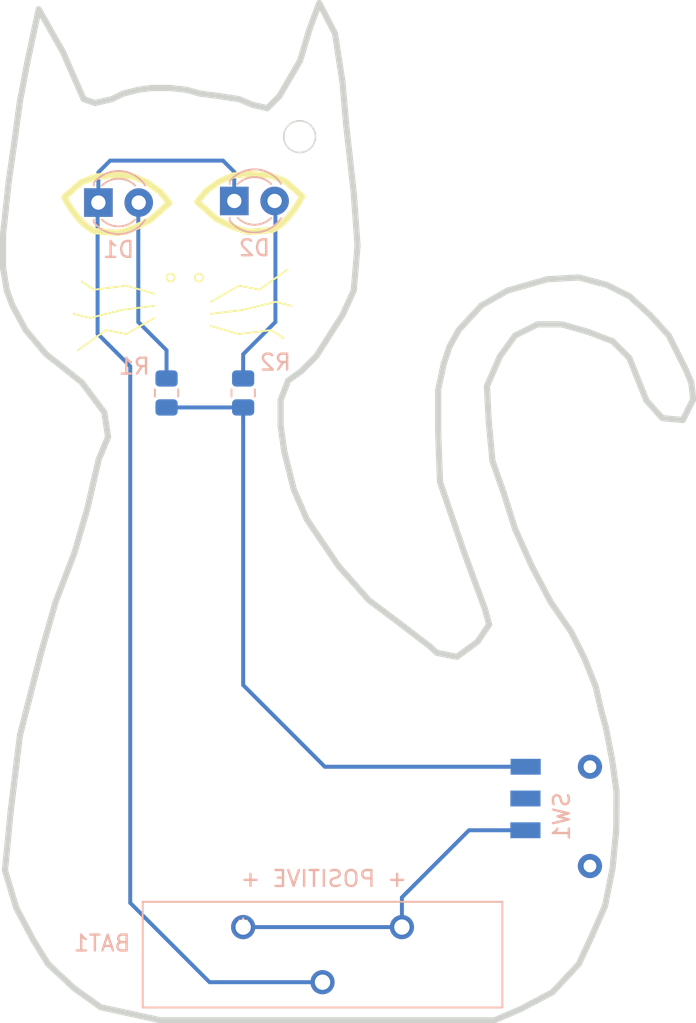
<source format=kicad_pcb>
(kicad_pcb (version 20171130) (host pcbnew "(5.1.9-0-10_14)")

  (general
    (thickness 1.6)
    (drawings 208)
    (tracks 30)
    (zones 0)
    (modules 6)
    (nets 7)
  )

  (page A4)
  (layers
    (0 F.Cu signal)
    (31 B.Cu signal)
    (32 B.Adhes user)
    (33 F.Adhes user)
    (34 B.Paste user)
    (35 F.Paste user)
    (36 B.SilkS user)
    (37 F.SilkS user)
    (38 B.Mask user)
    (39 F.Mask user)
    (40 Dwgs.User user)
    (41 Cmts.User user)
    (42 Eco1.User user)
    (43 Eco2.User user)
    (44 Edge.Cuts user)
    (45 Margin user)
    (46 B.CrtYd user)
    (47 F.CrtYd user)
    (48 B.Fab user)
    (49 F.Fab user)
  )

  (setup
    (last_trace_width 0.25)
    (user_trace_width 0.5)
    (trace_clearance 0.2)
    (zone_clearance 0.508)
    (zone_45_only no)
    (trace_min 0.2)
    (via_size 0.8)
    (via_drill 0.4)
    (via_min_size 0.4)
    (via_min_drill 0.3)
    (uvia_size 0.3)
    (uvia_drill 0.1)
    (uvias_allowed no)
    (uvia_min_size 0.2)
    (uvia_min_drill 0.1)
    (edge_width 0.05)
    (segment_width 0.2)
    (pcb_text_width 0.3)
    (pcb_text_size 1.5 1.5)
    (mod_edge_width 0.12)
    (mod_text_size 1 1)
    (mod_text_width 0.15)
    (pad_size 1.524 1.524)
    (pad_drill 0.762)
    (pad_to_mask_clearance 0)
    (aux_axis_origin 0 0)
    (visible_elements FFFFFF7F)
    (pcbplotparams
      (layerselection 0x110fc_ffffffff)
      (usegerberextensions false)
      (usegerberattributes true)
      (usegerberadvancedattributes true)
      (creategerberjobfile true)
      (excludeedgelayer true)
      (linewidth 0.100000)
      (plotframeref false)
      (viasonmask false)
      (mode 1)
      (useauxorigin false)
      (hpglpennumber 1)
      (hpglpenspeed 20)
      (hpglpendiameter 15.000000)
      (psnegative false)
      (psa4output false)
      (plotreference true)
      (plotvalue true)
      (plotinvisibletext false)
      (padsonsilk false)
      (subtractmaskfromsilk false)
      (outputformat 1)
      (mirror false)
      (drillshape 0)
      (scaleselection 1)
      (outputdirectory ""))
  )

  (net 0 "")
  (net 1 +BATT)
  (net 2 GND)
  (net 3 "Net-(D1-Pad2)")
  (net 4 "Net-(D2-Pad2)")
  (net 5 "Net-(R1-Pad1)")
  (net 6 "Net-(SW1-Pad2)")

  (net_class Default "This is the default net class."
    (clearance 0.2)
    (trace_width 0.25)
    (via_dia 0.8)
    (via_drill 0.4)
    (uvia_dia 0.3)
    (uvia_drill 0.1)
    (add_net +BATT)
    (add_net GND)
    (add_net "Net-(D1-Pad2)")
    (add_net "Net-(D2-Pad2)")
    (add_net "Net-(R1-Pad1)")
    (add_net "Net-(SW1-Pad2)")
  )

  (module Battery:BatteryHolder_AdamTech_BH-125A-1 (layer B.Cu) (tedit 616DA9BF) (tstamp 616D55BA)
    (at 144.018 109.728)
    (path /615BF2C5)
    (fp_text reference BAT1 (at -8.89 1.016) (layer B.SilkS)
      (effects (font (size 1 1) (thickness 0.15)) (justify mirror))
    )
    (fp_text value BH-125A-1 (at 5 0) (layer B.SilkS) hide
      (effects (font (size 1 1) (thickness 0.15)) (justify mirror))
    )
    (fp_circle (center 0 1.905) (end 0.381 1.905) (layer B.Fab) (width 0.1))
    (fp_line (start 16.4554 5.189347) (end -6.4554 5.189347) (layer B.CrtYd) (width 0.05))
    (fp_line (start 16.4554 -1.719453) (end 16.4554 5.189347) (layer B.CrtYd) (width 0.05))
    (fp_line (start -6.4554 -1.719453) (end 16.4554 -1.719453) (layer B.CrtYd) (width 0.05))
    (fp_line (start -6.4554 5.189347) (end -6.4554 -1.719453) (layer B.CrtYd) (width 0.05))
    (fp_line (start -6.2014 4.935347) (end -6.2014 -1.465453) (layer B.Fab) (width 0.1))
    (fp_line (start 16.2014 4.935347) (end -6.2014 4.935347) (layer B.Fab) (width 0.1))
    (fp_line (start 16.2014 -1.465453) (end 16.2014 4.935347) (layer B.Fab) (width 0.1))
    (fp_line (start -6.2014 -1.465453) (end 16.2014 -1.465453) (layer B.Fab) (width 0.1))
    (fp_line (start -6.3284 5.062347) (end -6.3284 -1.592453) (layer B.SilkS) (width 0.12))
    (fp_line (start 16.3284 5.062347) (end -6.3284 5.062347) (layer B.SilkS) (width 0.12))
    (fp_line (start 16.3284 -1.592453) (end 16.3284 5.062347) (layer B.SilkS) (width 0.12))
    (fp_line (start -6.3284 -1.592453) (end 16.3284 -1.592453) (layer B.SilkS) (width 0.12))
    (fp_text user * (at 0 0) (layer B.Fab)
      (effects (font (size 1 1) (thickness 0.15)) (justify mirror))
    )
    (fp_text user * (at 0 0) (layer B.SilkS)
      (effects (font (size 1 1) (thickness 0.15)) (justify mirror))
    )
    (fp_text user "Copyright 2021 Accelerated Designs. All rights reserved." (at 0 0) (layer Cmts.User)
      (effects (font (size 0.127 0.127) (thickness 0.002)))
    )
    (pad POS2 thru_hole circle (at 10 0) (size 1.524 1.524) (drill 0.9652) (layers *.Cu *.Mask)
      (net 1 +BATT))
    (pad NEG thru_hole circle (at 5 3.470001) (size 1.524 1.524) (drill 0.9652) (layers *.Cu *.Mask)
      (net 2 GND))
    (pad POS1 thru_hole circle (at 0 0) (size 1.524 1.524) (drill 0.9652) (layers *.Cu *.Mask)
      (net 1 +BATT))
  )

  (module Button_Switch_SMD:SMT_Mini_Slide_Switch (layer B.Cu) (tedit 5F838D19) (tstamp 616D560F)
    (at 163.576 102.757 270)
    (path /615A2888)
    (fp_text reference SW1 (at 0 -0.5 90) (layer B.SilkS)
      (effects (font (size 1 1) (thickness 0.15)) (justify mirror))
    )
    (fp_text value SMT_SPDT (at 0 0.5 90) (layer B.Fab)
      (effects (font (size 1 1) (thickness 0.15)) (justify mirror))
    )
    (fp_line (start -4.572 -3.048) (end 4.445 -3.048) (layer B.CrtYd) (width 0.12))
    (fp_line (start 4.445 -3.048) (end 4.445 3.048) (layer B.CrtYd) (width 0.12))
    (fp_line (start 4.445 3.048) (end -4.572 3.048) (layer B.CrtYd) (width 0.12))
    (fp_line (start -4.572 3.048) (end -4.572 -3.048) (layer B.CrtYd) (width 0.12))
    (pad "" thru_hole circle (at -3.125 -2.286 270) (size 1.524 1.524) (drill 0.8) (layers *.Cu *.Mask))
    (pad "" thru_hole circle (at 3.125 -2.286 270) (size 1.524 1.524) (drill 0.8) (layers *.Cu *.Mask))
    (pad 1 smd rect (at -3.125 1.764 270) (size 1 1.9) (layers B.Cu B.Paste B.Mask)
      (net 5 "Net-(R1-Pad1)"))
    (pad 2 smd rect (at -1.125 1.778 270) (size 1 1.9) (layers B.Cu B.Paste B.Mask)
      (net 6 "Net-(SW1-Pad2)"))
    (pad 3 smd rect (at 0.875 1.778 270) (size 1 1.9) (layers B.Cu B.Paste B.Mask)
      (net 1 +BATT))
  )

  (module Resistor_SMD:R_0805_2012Metric (layer B.Cu) (tedit 5F68FEEE) (tstamp 616D5602)
    (at 144.018 76.0965 90)
    (descr "Resistor SMD 0805 (2012 Metric), square (rectangular) end terminal, IPC_7351 nominal, (Body size source: IPC-SM-782 page 72, https://www.pcb-3d.com/wordpress/wp-content/uploads/ipc-sm-782a_amendment_1_and_2.pdf), generated with kicad-footprint-generator")
    (tags resistor)
    (path /615A9D08)
    (attr smd)
    (fp_text reference R2 (at 1.9285 2.032 180) (layer B.SilkS)
      (effects (font (size 1 1) (thickness 0.15)) (justify mirror))
    )
    (fp_text value "47 Ohms" (at 0 -1.65 90) (layer B.Fab) hide
      (effects (font (size 1 1) (thickness 0.15)) (justify mirror))
    )
    (fp_line (start -1 -0.625) (end -1 0.625) (layer B.Fab) (width 0.1))
    (fp_line (start -1 0.625) (end 1 0.625) (layer B.Fab) (width 0.1))
    (fp_line (start 1 0.625) (end 1 -0.625) (layer B.Fab) (width 0.1))
    (fp_line (start 1 -0.625) (end -1 -0.625) (layer B.Fab) (width 0.1))
    (fp_line (start -0.227064 0.735) (end 0.227064 0.735) (layer B.SilkS) (width 0.12))
    (fp_line (start -0.227064 -0.735) (end 0.227064 -0.735) (layer B.SilkS) (width 0.12))
    (fp_line (start -1.68 -0.95) (end -1.68 0.95) (layer B.CrtYd) (width 0.05))
    (fp_line (start -1.68 0.95) (end 1.68 0.95) (layer B.CrtYd) (width 0.05))
    (fp_line (start 1.68 0.95) (end 1.68 -0.95) (layer B.CrtYd) (width 0.05))
    (fp_line (start 1.68 -0.95) (end -1.68 -0.95) (layer B.CrtYd) (width 0.05))
    (fp_text user %R (at 0 0 90) (layer B.Fab)
      (effects (font (size 0.5 0.5) (thickness 0.08)) (justify mirror))
    )
    (pad 2 smd roundrect (at 0.9125 0 90) (size 1.025 1.4) (layers B.Cu B.Paste B.Mask) (roundrect_rratio 0.2439014634146341)
      (net 4 "Net-(D2-Pad2)"))
    (pad 1 smd roundrect (at -0.9125 0 90) (size 1.025 1.4) (layers B.Cu B.Paste B.Mask) (roundrect_rratio 0.2439014634146341)
      (net 5 "Net-(R1-Pad1)"))
    (model ${KISYS3DMOD}/Resistor_SMD.3dshapes/R_0805_2012Metric.wrl
      (at (xyz 0 0 0))
      (scale (xyz 1 1 1))
      (rotate (xyz 0 0 0))
    )
  )

  (module Resistor_SMD:R_0805_2012Metric (layer B.Cu) (tedit 5F68FEEE) (tstamp 616D55F1)
    (at 139.192 76.0965 90)
    (descr "Resistor SMD 0805 (2012 Metric), square (rectangular) end terminal, IPC_7351 nominal, (Body size source: IPC-SM-782 page 72, https://www.pcb-3d.com/wordpress/wp-content/uploads/ipc-sm-782a_amendment_1_and_2.pdf), generated with kicad-footprint-generator")
    (tags resistor)
    (path /615A4F38)
    (attr smd)
    (fp_text reference R1 (at 1.6745 -2.032 180) (layer B.SilkS)
      (effects (font (size 1 1) (thickness 0.15)) (justify mirror))
    )
    (fp_text value "47 Ohms (x2)" (at 3.9605 2.032 180) (layer B.Fab)
      (effects (font (size 1 1) (thickness 0.15)) (justify mirror))
    )
    (fp_line (start -1 -0.625) (end -1 0.625) (layer B.Fab) (width 0.1))
    (fp_line (start -1 0.625) (end 1 0.625) (layer B.Fab) (width 0.1))
    (fp_line (start 1 0.625) (end 1 -0.625) (layer B.Fab) (width 0.1))
    (fp_line (start 1 -0.625) (end -1 -0.625) (layer B.Fab) (width 0.1))
    (fp_line (start -0.227064 0.735) (end 0.227064 0.735) (layer B.SilkS) (width 0.12))
    (fp_line (start -0.227064 -0.735) (end 0.227064 -0.735) (layer B.SilkS) (width 0.12))
    (fp_line (start -1.68 -0.95) (end -1.68 0.95) (layer B.CrtYd) (width 0.05))
    (fp_line (start -1.68 0.95) (end 1.68 0.95) (layer B.CrtYd) (width 0.05))
    (fp_line (start 1.68 0.95) (end 1.68 -0.95) (layer B.CrtYd) (width 0.05))
    (fp_line (start 1.68 -0.95) (end -1.68 -0.95) (layer B.CrtYd) (width 0.05))
    (fp_text user %R (at 0 0 90) (layer B.Fab)
      (effects (font (size 0.5 0.5) (thickness 0.08)) (justify mirror))
    )
    (pad 2 smd roundrect (at 0.9125 0 90) (size 1.025 1.4) (layers B.Cu B.Paste B.Mask) (roundrect_rratio 0.2439014634146341)
      (net 3 "Net-(D1-Pad2)"))
    (pad 1 smd roundrect (at -0.9125 0 90) (size 1.025 1.4) (layers B.Cu B.Paste B.Mask) (roundrect_rratio 0.2439014634146341)
      (net 5 "Net-(R1-Pad1)"))
    (model ${KISYS3DMOD}/Resistor_SMD.3dshapes/R_0805_2012Metric.wrl
      (at (xyz 0 0 0))
      (scale (xyz 1 1 1))
      (rotate (xyz 0 0 0))
    )
  )

  (module LED_THT:LED_D3.0mm (layer B.Cu) (tedit 587A3A7B) (tstamp 616D55E0)
    (at 143.4592 64.008)
    (descr "LED, diameter 3.0mm, 2 pins")
    (tags "LED diameter 3.0mm 2 pins")
    (path /615A9D12)
    (fp_text reference D2 (at 1.27 2.96) (layer B.SilkS)
      (effects (font (size 1 1) (thickness 0.15)) (justify mirror))
    )
    (fp_text value "LED per Chart" (at 1.27 -2.96) (layer B.Fab) hide
      (effects (font (size 1 1) (thickness 0.15)) (justify mirror))
    )
    (fp_circle (center 1.27 0) (end 2.77 0) (layer B.Fab) (width 0.1))
    (fp_line (start -0.23 1.16619) (end -0.23 -1.16619) (layer B.Fab) (width 0.1))
    (fp_line (start -0.29 1.236) (end -0.29 1.08) (layer B.SilkS) (width 0.12))
    (fp_line (start -0.29 -1.08) (end -0.29 -1.236) (layer B.SilkS) (width 0.12))
    (fp_line (start -1.15 2.25) (end -1.15 -2.25) (layer B.CrtYd) (width 0.05))
    (fp_line (start -1.15 -2.25) (end 3.7 -2.25) (layer B.CrtYd) (width 0.05))
    (fp_line (start 3.7 -2.25) (end 3.7 2.25) (layer B.CrtYd) (width 0.05))
    (fp_line (start 3.7 2.25) (end -1.15 2.25) (layer B.CrtYd) (width 0.05))
    (fp_arc (start 1.27 0) (end 0.229039 -1.08) (angle 87.9) (layer B.SilkS) (width 0.12))
    (fp_arc (start 1.27 0) (end 0.229039 1.08) (angle -87.9) (layer B.SilkS) (width 0.12))
    (fp_arc (start 1.27 0) (end -0.29 -1.235516) (angle 108.8) (layer B.SilkS) (width 0.12))
    (fp_arc (start 1.27 0) (end -0.29 1.235516) (angle -108.8) (layer B.SilkS) (width 0.12))
    (fp_arc (start 1.27 0) (end -0.23 1.16619) (angle -284.3) (layer B.Fab) (width 0.1))
    (pad 2 thru_hole circle (at 2.54 0) (size 1.8 1.8) (drill 0.9) (layers *.Cu *.Mask)
      (net 4 "Net-(D2-Pad2)"))
    (pad 1 thru_hole rect (at 0 0) (size 1.8 1.8) (drill 0.9) (layers *.Cu *.Mask)
      (net 2 GND))
    (model ${KISYS3DMOD}/LED_THT.3dshapes/LED_D3.0mm.wrl
      (at (xyz 0 0 0))
      (scale (xyz 1 1 1))
      (rotate (xyz 0 0 0))
    )
  )

  (module LED_THT:LED_D3.0mm (layer B.Cu) (tedit 587A3A7B) (tstamp 616D55CD)
    (at 134.8994 64.1096)
    (descr "LED, diameter 3.0mm, 2 pins")
    (tags "LED diameter 3.0mm 2 pins")
    (path /615A807B)
    (fp_text reference D1 (at 1.27 2.96) (layer B.SilkS)
      (effects (font (size 1 1) (thickness 0.15)) (justify mirror))
    )
    (fp_text value "LED per Chart" (at 1.27 -2.96) (layer B.Fab) hide
      (effects (font (size 1 1) (thickness 0.15)) (justify mirror))
    )
    (fp_circle (center 1.27 0) (end 2.77 0) (layer B.Fab) (width 0.1))
    (fp_line (start -0.23 1.16619) (end -0.23 -1.16619) (layer B.Fab) (width 0.1))
    (fp_line (start -0.29 1.236) (end -0.29 1.08) (layer B.SilkS) (width 0.12))
    (fp_line (start -0.29 -1.08) (end -0.29 -1.236) (layer B.SilkS) (width 0.12))
    (fp_line (start -1.15 2.25) (end -1.15 -2.25) (layer B.CrtYd) (width 0.05))
    (fp_line (start -1.15 -2.25) (end 3.7 -2.25) (layer B.CrtYd) (width 0.05))
    (fp_line (start 3.7 -2.25) (end 3.7 2.25) (layer B.CrtYd) (width 0.05))
    (fp_line (start 3.7 2.25) (end -1.15 2.25) (layer B.CrtYd) (width 0.05))
    (fp_arc (start 1.27 0) (end 0.229039 -1.08) (angle 87.9) (layer B.SilkS) (width 0.12))
    (fp_arc (start 1.27 0) (end 0.229039 1.08) (angle -87.9) (layer B.SilkS) (width 0.12))
    (fp_arc (start 1.27 0) (end -0.29 -1.235516) (angle 108.8) (layer B.SilkS) (width 0.12))
    (fp_arc (start 1.27 0) (end -0.29 1.235516) (angle -108.8) (layer B.SilkS) (width 0.12))
    (fp_arc (start 1.27 0) (end -0.23 1.16619) (angle -284.3) (layer B.Fab) (width 0.1))
    (pad 2 thru_hole circle (at 2.54 0) (size 1.8 1.8) (drill 0.9) (layers *.Cu *.Mask)
      (net 3 "Net-(D1-Pad2)"))
    (pad 1 thru_hole rect (at 0 0) (size 1.8 1.8) (drill 0.9) (layers *.Cu *.Mask)
      (net 2 GND))
    (model ${KISYS3DMOD}/LED_THT.3dshapes/LED_D3.0mm.wrl
      (at (xyz 0 0 0))
      (scale (xyz 1 1 1))
      (rotate (xyz 0 0 0))
    )
  )

  (gr_line (start 136.652 69.342) (end 134.62 69.596) (layer F.SilkS) (width 0.12) (tstamp 616DBE07))
  (gr_line (start 138.43 70.612) (end 136.398 70.866) (layer F.SilkS) (width 0.12) (tstamp 616DBE06))
  (gr_line (start 136.652 72.39) (end 135.382 72.136) (layer F.SilkS) (width 0.12) (tstamp 616DBE05))
  (gr_line (start 135.382 72.136) (end 133.604 73.406) (layer F.SilkS) (width 0.12) (tstamp 616DBE04))
  (gr_line (start 138.43 71.374) (end 136.652 72.39) (layer F.SilkS) (width 0.12) (tstamp 616DBE03))
  (gr_line (start 136.398 70.866) (end 134.366 71.374) (layer F.SilkS) (width 0.12) (tstamp 616DBE02))
  (gr_line (start 134.62 69.596) (end 133.858 69.088) (layer F.SilkS) (width 0.12) (tstamp 616DBE01))
  (gr_line (start 138.43 69.85) (end 136.652 69.342) (layer F.SilkS) (width 0.12) (tstamp 616DBE00))
  (gr_line (start 134.366 71.374) (end 133.35 71.12) (layer F.SilkS) (width 0.12) (tstamp 616DBDFF))
  (gr_line (start 145.796 72.136) (end 146.558 72.644) (layer F.SilkS) (width 0.12))
  (gr_line (start 143.764 72.39) (end 145.796 72.136) (layer F.SilkS) (width 0.12))
  (gr_line (start 141.986 71.882) (end 143.764 72.39) (layer F.SilkS) (width 0.12))
  (gr_line (start 146.05 70.358) (end 147.066 70.612) (layer F.SilkS) (width 0.12))
  (gr_line (start 144.018 70.866) (end 146.05 70.358) (layer F.SilkS) (width 0.12))
  (gr_line (start 141.986 71.12) (end 144.018 70.866) (layer F.SilkS) (width 0.12))
  (gr_line (start 145.034 69.596) (end 146.812 68.326) (layer F.SilkS) (width 0.12))
  (gr_line (start 143.764 69.342) (end 145.034 69.596) (layer F.SilkS) (width 0.12))
  (gr_line (start 141.986 70.358) (end 143.764 69.342) (layer F.SilkS) (width 0.12))
  (gr_circle (center 141.224 68.834) (end 141.478 68.834) (layer F.SilkS) (width 0.12) (tstamp 616DBD93))
  (gr_circle (center 139.446 68.834) (end 139.7 68.834) (layer F.SilkS) (width 0.12))
  (gr_line (start 136.058013 62.359226) (end 137.121075 62.477351) (layer F.SilkS) (width 0.390625))
  (gr_line (start 134.758725 62.477351) (end 136.058013 62.359226) (layer F.SilkS) (width 0.390625))
  (gr_line (start 133.813775 62.831714) (end 134.758725 62.477351) (layer F.SilkS) (width 0.390625))
  (gr_line (start 138.184125 65.194051) (end 137.239188 65.666525) (layer F.SilkS) (width 0.390625))
  (gr_line (start 139.3653 64.131001) (end 138.184125 65.194051) (layer F.SilkS) (width 0.390625))
  (gr_line (start 138.774713 63.422289) (end 139.3653 64.131001) (layer F.SilkS) (width 0.390625))
  (gr_line (start 137.947888 62.831714) (end 138.774713 63.422289) (layer F.SilkS) (width 0.390625))
  (gr_line (start 137.121075 62.477351) (end 137.947888 62.831714) (layer F.SilkS) (width 0.390625))
  (gr_line (start 136.058013 62.359226) (end 137.121075 62.477351) (layer F.SilkS) (width 0.390625))
  (gr_line (start 134.758725 62.477351) (end 136.058013 62.359226) (layer F.SilkS) (width 0.390625))
  (gr_line (start 133.813775 62.831714) (end 134.758725 62.477351) (layer F.SilkS) (width 0.390625))
  (gr_line (start 138.184125 65.194051) (end 137.239188 65.666525) (layer F.SilkS) (width 0.390625))
  (gr_line (start 139.3653 64.131001) (end 138.184125 65.194051) (layer F.SilkS) (width 0.390625))
  (gr_line (start 138.774713 63.422289) (end 139.3653 64.131001) (layer F.SilkS) (width 0.390625))
  (gr_line (start 137.947888 62.831714) (end 138.774713 63.422289) (layer F.SilkS) (width 0.390625))
  (gr_line (start 137.121075 62.477351) (end 137.947888 62.831714) (layer F.SilkS) (width 0.390625))
  (gr_curve (pts (xy 145.851138 65.838012) (xy 146.9327 65.342162) (xy 147.741013 63.711926) (xy 147.741013 63.711914)) (layer F.SilkS) (width 0.390625))
  (gr_line (start 136.176125 66.020875) (end 134.6406 65.90275) (layer F.SilkS) (width 0.390625))
  (gr_line (start 137.239188 65.666525) (end 136.176125 66.020875) (layer F.SilkS) (width 0.390625))
  (gr_line (start 132.750725 63.776651) (end 133.813775 62.831714) (layer F.SilkS) (width 0.390625))
  (gr_curve (pts (xy 134.6406 65.90275) (xy 133.559038 65.4069) (xy 132.750725 63.776664) (xy 132.750725 63.776651)) (layer F.SilkS) (width 0.390625))
  (gr_line (start 136.176125 66.020875) (end 134.6406 65.90275) (layer F.SilkS) (width 0.390625))
  (gr_line (start 137.239188 65.666525) (end 136.176125 66.020875) (layer F.SilkS) (width 0.390625))
  (gr_line (start 143.370663 62.412614) (end 142.54385 62.766976) (layer F.SilkS) (width 0.390625))
  (gr_line (start 144.433725 62.294489) (end 143.370663 62.412614) (layer F.SilkS) (width 0.390625))
  (gr_line (start 145.733013 62.412614) (end 144.433725 62.294489) (layer F.SilkS) (width 0.390625))
  (gr_line (start 146.677963 62.766976) (end 145.733013 62.412614) (layer F.SilkS) (width 0.390625))
  (gr_line (start 147.741013 63.711914) (end 146.677963 62.766976) (layer F.SilkS) (width 0.390625))
  (gr_line (start 144.315613 65.956137) (end 145.851138 65.838012) (layer F.SilkS) (width 0.390625))
  (gr_line (start 143.25255 65.601787) (end 144.315613 65.956137) (layer F.SilkS) (width 0.390625))
  (gr_line (start 142.307613 65.129314) (end 143.25255 65.601787) (layer F.SilkS) (width 0.390625))
  (gr_line (start 141.126438 64.066264) (end 142.307613 65.129314) (layer F.SilkS) (width 0.390625))
  (gr_line (start 141.717025 63.357551) (end 141.126438 64.066264) (layer F.SilkS) (width 0.390625))
  (gr_line (start 142.54385 62.766976) (end 141.717025 63.357551) (layer F.SilkS) (width 0.390625))
  (gr_line (start 132.750725 63.776651) (end 133.813775 62.831714) (layer F.SilkS) (width 0.390625))
  (gr_curve (pts (xy 134.6406 65.90275) (xy 133.559038 65.4069) (xy 132.750725 63.776664) (xy 132.750725 63.776651)) (layer F.SilkS) (width 0.390625))
  (gr_line (start 133.813775 62.831714) (end 134.758725 62.477351) (layer F.SilkS) (width 0.390625))
  (gr_line (start 137.121075 62.477351) (end 137.947888 62.831714) (layer F.SilkS) (width 0.390625))
  (gr_line (start 136.058013 62.359226) (end 137.121075 62.477351) (layer F.SilkS) (width 0.390625))
  (gr_line (start 134.758725 62.477351) (end 136.058013 62.359226) (layer F.SilkS) (width 0.390625))
  (gr_line (start 139.3653 64.131001) (end 138.184125 65.194051) (layer F.SilkS) (width 0.390625))
  (gr_line (start 138.774713 63.422289) (end 139.3653 64.131001) (layer F.SilkS) (width 0.390625))
  (gr_line (start 137.947888 62.831714) (end 138.774713 63.422289) (layer F.SilkS) (width 0.390625))
  (gr_line (start 136.176125 66.020875) (end 134.6406 65.90275) (layer F.SilkS) (width 0.390625))
  (gr_line (start 137.239188 65.666525) (end 136.176125 66.020875) (layer F.SilkS) (width 0.390625))
  (gr_line (start 138.184125 65.194051) (end 137.239188 65.666525) (layer F.SilkS) (width 0.390625))
  (gr_curve (pts (xy 134.6406 65.90275) (xy 133.559038 65.4069) (xy 132.750725 63.776664) (xy 132.750725 63.776651)) (layer F.SilkS) (width 0.390625))
  (gr_line (start 134.758725 62.477351) (end 136.058013 62.359226) (layer F.SilkS) (width 0.390625))
  (gr_line (start 133.813775 62.831714) (end 134.758725 62.477351) (layer F.SilkS) (width 0.390625))
  (gr_line (start 132.750725 63.776651) (end 133.813775 62.831714) (layer F.SilkS) (width 0.390625))
  (gr_line (start 137.947888 62.831714) (end 138.774713 63.422289) (layer F.SilkS) (width 0.390625))
  (gr_line (start 137.121075 62.477351) (end 137.947888 62.831714) (layer F.SilkS) (width 0.390625))
  (gr_line (start 136.058013 62.359226) (end 137.121075 62.477351) (layer F.SilkS) (width 0.390625))
  (gr_line (start 138.184125 65.194051) (end 137.239188 65.666525) (layer F.SilkS) (width 0.390625))
  (gr_line (start 139.3653 64.131001) (end 138.184125 65.194051) (layer F.SilkS) (width 0.390625))
  (gr_line (start 138.774713 63.422289) (end 139.3653 64.131001) (layer F.SilkS) (width 0.390625))
  (gr_curve (pts (xy 134.6406 65.90275) (xy 133.559038 65.4069) (xy 132.750725 63.776664) (xy 132.750725 63.776651)) (layer F.SilkS) (width 0.390625))
  (gr_line (start 136.176125 66.020875) (end 134.6406 65.90275) (layer F.SilkS) (width 0.390625))
  (gr_line (start 137.239188 65.666525) (end 136.176125 66.020875) (layer F.SilkS) (width 0.390625))
  (gr_line (start 132.750725 63.776651) (end 133.813775 62.831714) (layer F.SilkS) (width 0.390625))
  (gr_text "+ POSITIVE +" (at 149.098 106.68) (layer B.SilkS)
    (effects (font (size 1 1) (thickness 0.15)) (justify mirror))
  )
  (gr_circle (center 147.574 59.96) (end 148.574 59.96) (layer Edge.Cuts) (width 0.1))
  (gr_line (start 135.275363 77.327875) (end 133.858 75.438) (layer Edge.Cuts) (width 0.390625))
  (gr_line (start 135.5116 78.863413) (end 135.275363 77.327875) (layer Edge.Cuts) (width 0.390625))
  (gr_line (start 134.921 80.280813) (end 135.5116 78.863413) (layer Edge.Cuts) (width 0.390625))
  (gr_line (start 134.2123 83.351875) (end 134.921 80.280813) (layer Edge.Cuts) (width 0.390625))
  (gr_line (start 133.385475 86.1867) (end 134.2123 83.351875) (layer Edge.Cuts) (width 0.390625))
  (gr_line (start 132.2043 89.25775) (end 133.385475 86.1867) (layer Edge.Cuts) (width 0.390625))
  (gr_line (start 131.259363 92.56505) (end 132.2043 89.25775) (layer Edge.Cuts) (width 0.390625))
  (gr_line (start 129.960063 97.6441) (end 131.259363 92.56505) (layer Edge.Cuts) (width 0.390625))
  (gr_line (start 129.369475 102.486924) (end 129.960063 97.6441) (layer Edge.Cuts) (width 0.390625))
  (gr_line (start 129.015125 106.148562) (end 129.369475 102.486924) (layer Edge.Cuts) (width 0.390625))
  (gr_line (start 129.723838 108.510912) (end 129.015125 106.148562) (layer Edge.Cuts) (width 0.390625))
  (gr_line (start 130.786888 110.518912) (end 129.723838 108.510912) (layer Edge.Cuts) (width 0.390625))
  (gr_line (start 131.731838 112.054437) (end 130.786888 110.518912) (layer Edge.Cuts) (width 0.390625))
  (gr_line (start 133.385475 113.589974) (end 131.731838 112.054437) (layer Edge.Cuts) (width 0.390625))
  (gr_line (start 135.039125 114.771137) (end 133.385475 113.589974) (layer Edge.Cuts) (width 0.390625))
  (gr_line (start 138.818888 115.597962) (end 135.039125 114.771137) (layer Edge.Cuts) (width 0.390625))
  (gr_line (start 158.190161 115.597962) (end 138.818888 115.597962) (layer Edge.Cuts) (width 0.390625))
  (gr_line (start 159.843811 115.597962) (end 158.190161 115.597962) (layer Edge.Cuts) (width 0.390625))
  (gr_line (start 161.497461 114.889262) (end 159.843811 115.597962) (layer Edge.Cuts) (width 0.390625))
  (gr_line (start 163.505461 113.826199) (end 161.497461 114.889262) (layer Edge.Cuts) (width 0.390625))
  (gr_line (start 165.159099 112.054437) (end 163.505461 113.826199) (layer Edge.Cuts) (width 0.390625))
  (gr_line (start 165.985924 110.282674) (end 165.159099 112.054437) (layer Edge.Cuts) (width 0.390625))
  (gr_line (start 166.812749 108.392799) (end 165.985924 110.282674) (layer Edge.Cuts) (width 0.390625))
  (gr_line (start 167.285211 106.030449) (end 166.812749 108.392799) (layer Edge.Cuts) (width 0.390625))
  (gr_line (start 167.521436 103.549987) (end 167.285211 106.030449) (layer Edge.Cuts) (width 0.390625))
  (gr_line (start 167.536436 101.198062) (end 167.521436 103.549987) (layer Edge.Cuts) (width 0.390625))
  (gr_line (start 167.254549 99.169188) (end 167.536436 101.198062) (layer Edge.Cuts) (width 0.390625))
  (gr_line (start 166.861699 97.1403) (end 167.254549 99.169188) (layer Edge.Cuts) (width 0.390625))
  (gr_line (start 166.576536 96.108575) (end 166.861699 97.1403) (layer Edge.Cuts) (width 0.390625))
  (gr_line (start 166.222186 94.573038) (end 166.576536 96.108575) (layer Edge.Cuts) (width 0.390625))
  (gr_line (start 165.513474 92.801275) (end 166.222186 94.573038) (layer Edge.Cuts) (width 0.390625))
  (gr_line (start 164.686649 91.147638) (end 165.513474 92.801275) (layer Edge.Cuts) (width 0.390625))
  (gr_line (start 163.387361 89.25775) (end 164.686649 91.147638) (layer Edge.Cuts) (width 0.390625))
  (gr_line (start 162.206186 87.013513) (end 163.387361 89.25775) (layer Edge.Cuts) (width 0.390625))
  (gr_line (start 161.143124 84.651163) (end 162.206186 87.013513) (layer Edge.Cuts) (width 0.390625))
  (gr_line (start 160.434424 82.406938) (end 161.143124 84.651163) (layer Edge.Cuts) (width 0.390625))
  (gr_line (start 159.725711 80.398938) (end 160.434424 82.406938) (layer Edge.Cuts) (width 0.390625))
  (gr_line (start 159.489486 77.918463) (end 159.725711 80.398938) (layer Edge.Cuts) (width 0.390625))
  (gr_line (start 159.371361 75.674238) (end 159.489486 77.918463) (layer Edge.Cuts) (width 0.390625))
  (gr_line (start 160.198186 73.78435) (end 159.371361 75.674238) (layer Edge.Cuts) (width 0.390625))
  (gr_line (start 161.143124 72.485063) (end 160.198186 73.78435) (layer Edge.Cuts) (width 0.390625))
  (gr_line (start 162.560536 71.77635) (end 161.143124 72.485063) (layer Edge.Cuts) (width 0.390625))
  (gr_line (start 164.096061 71.77635) (end 162.560536 71.77635) (layer Edge.Cuts) (width 0.390625))
  (gr_line (start 165.749711 72.248825) (end 164.096061 71.77635) (layer Edge.Cuts) (width 0.390625))
  (gr_line (start 167.285236 72.839413) (end 165.749711 72.248825) (layer Edge.Cuts) (width 0.390625))
  (gr_line (start 168.348299 73.902475) (end 167.285236 72.839413) (layer Edge.Cuts) (width 0.390625))
  (gr_line (start 169.411361 76.560113) (end 168.348299 73.902475) (layer Edge.Cuts) (width 0.390625))
  (gr_line (start 169.411361 76.560113) (end 169.411361 76.560113) (layer Edge.Cuts) (width 0.390625))
  (gr_line (start 170.415349 77.682225) (end 169.411361 76.560113) (layer Edge.Cuts) (width 0.390625))
  (gr_line (start 171.714661 77.80035) (end 170.415349 77.682225) (layer Edge.Cuts) (width 0.390625))
  (gr_line (start 172.364299 76.50105) (end 171.714661 77.80035) (layer Edge.Cuts) (width 0.390625))
  (gr_line (start 172.246174 75.438) (end 172.364299 76.50105) (layer Edge.Cuts) (width 0.390625))
  (gr_line (start 171.891824 74.611175) (end 172.246174 75.438) (layer Edge.Cuts) (width 0.390625))
  (gr_line (start 171.301236 73.43) (end 171.891824 74.611175) (layer Edge.Cuts) (width 0.390625))
  (gr_line (start 170.828761 72.485063) (end 171.301236 73.43) (layer Edge.Cuts) (width 0.390625))
  (gr_line (start 169.647586 71.185763) (end 170.828761 72.485063) (layer Edge.Cuts) (width 0.390625))
  (gr_line (start 168.348299 70.004588) (end 169.647586 71.185763) (layer Edge.Cuts) (width 0.390625))
  (gr_line (start 166.930886 69.295888) (end 168.348299 70.004588) (layer Edge.Cuts) (width 0.390625))
  (gr_line (start 165.159124 68.823413) (end 166.930886 69.295888) (layer Edge.Cuts) (width 0.390625))
  (gr_line (start 163.151124 68.941538) (end 165.159124 68.823413) (layer Edge.Cuts) (width 0.390625))
  (gr_line (start 160.670661 69.650238) (end 163.151124 68.941538) (layer Edge.Cuts) (width 0.390625))
  (gr_line (start 159.017011 70.595175) (end 160.670661 69.650238) (layer Edge.Cuts) (width 0.390625))
  (gr_line (start 157.599599 72.1307) (end 159.017011 70.595175) (layer Edge.Cuts) (width 0.390625))
  (gr_line (start 157.009011 73.193763) (end 157.599599 72.1307) (layer Edge.Cuts) (width 0.390625))
  (gr_line (start 156.654661 74.256825) (end 157.009011 73.193763) (layer Edge.Cuts) (width 0.390625))
  (gr_line (start 156.300311 75.910463) (end 156.654661 74.256825) (layer Edge.Cuts) (width 0.390625))
  (gr_line (start 156.300311 78.50905) (end 156.300311 75.910463) (layer Edge.Cuts) (width 0.390625))
  (gr_line (start 156.418436 81.698225) (end 156.300311 78.50905) (layer Edge.Cuts) (width 0.390625))
  (gr_line (start 157.953961 86.1867) (end 156.418436 81.698225) (layer Edge.Cuts) (width 0.390625))
  (gr_line (start 159.258 89.730225) (end 157.953961 86.1867) (layer Edge.Cuts) (width 0.390625))
  (gr_line (start 159.512 90.678) (end 159.258 89.730225) (layer Edge.Cuts) (width 0.390625))
  (gr_line (start 158.7793 91.765062) (end 159.512 90.678) (layer Edge.Cuts) (width 0.390625))
  (gr_line (start 157.48 92.71) (end 158.7793 91.765062) (layer Edge.Cuts) (width 0.390625))
  (gr_line (start 156.21 92.456) (end 157.48 92.71) (layer Edge.Cuts) (width 0.390625))
  (gr_line (start 155.827861 92.092575) (end 156.21 92.456) (layer Edge.Cuts) (width 0.390625))
  (gr_line (start 153.819863 90.55705) (end 155.827861 92.092575) (layer Edge.Cuts) (width 0.390625))
  (gr_line (start 151.929988 89.139638) (end 153.819863 90.55705) (layer Edge.Cuts) (width 0.390625))
  (gr_line (start 150.0401 87.013513) (end 151.929988 89.139638) (layer Edge.Cuts) (width 0.390625))
  (gr_line (start 148.0321 84.060575) (end 150.0401 87.013513) (layer Edge.Cuts) (width 0.390625))
  (gr_line (start 147.205288 82.1707) (end 148.0321 84.060575) (layer Edge.Cuts) (width 0.390625))
  (gr_line (start 146.6147 79.80835) (end 147.205288 82.1707) (layer Edge.Cuts) (width 0.390625))
  (gr_line (start 146.378463 78.1547) (end 146.6147 79.80835) (layer Edge.Cuts) (width 0.390625))
  (gr_line (start 146.37845 76.560113) (end 146.378463 78.1547) (layer Edge.Cuts) (width 0.390625))
  (gr_line (start 146.850925 75.319875) (end 146.37845 76.560113) (layer Edge.Cuts) (width 0.390625))
  (gr_line (start 147.67775 74.729288) (end 146.850925 75.319875) (layer Edge.Cuts) (width 0.390625))
  (gr_line (start 148.6227 73.78435) (end 147.67775 74.729288) (layer Edge.Cuts) (width 0.390625))
  (gr_line (start 150.276338 71.185763) (end 148.6227 73.78435) (layer Edge.Cuts) (width 0.390625))
  (gr_line (start 150.985038 69.650238) (end 150.276338 71.185763) (layer Edge.Cuts) (width 0.390625))
  (gr_line (start 151.221275 66.815413) (end 150.985038 69.650238) (layer Edge.Cuts) (width 0.390625))
  (gr_line (start 150.985038 63.508127) (end 151.221275 66.815413) (layer Edge.Cuts) (width 0.390625))
  (gr_line (start 150.512575 59.255889) (end 150.985038 63.508127) (layer Edge.Cuts) (width 0.390625))
  (gr_line (start 150.276338 56.539189) (end 150.512575 59.255889) (layer Edge.Cuts) (width 0.390625))
  (gr_line (start 149.803863 53.468127) (end 150.276338 56.539189) (layer Edge.Cuts) (width 0.390625))
  (gr_line (start 148.813275 51.550202) (end 149.803863 53.468127) (layer Edge.Cuts) (width 0.390625))
  (gr_line (start 148.6227 52.050727) (end 148.813275 51.550202) (layer Edge.Cuts) (width 0.390625))
  (gr_line (start 148.187138 53.231902) (end 148.6227 52.050727) (layer Edge.Cuts) (width 0.390625))
  (gr_line (start 147.597513 55.188927) (end 148.187138 53.231902) (layer Edge.Cuts) (width 0.390625))
  (gr_line (start 146.304 57.404) (end 147.597513 55.188927) (layer Edge.Cuts) (width 0.390625))
  (gr_line (start 145.542 58.166) (end 146.304 57.404) (layer Edge.Cuts) (width 0.390625))
  (gr_line (start 144.6067 57.956602) (end 145.542 58.166) (layer Edge.Cuts) (width 0.390625))
  (gr_line (start 143.779875 57.602252) (end 144.6067 57.956602) (layer Edge.Cuts) (width 0.390625))
  (gr_line (start 142.24435 57.366014) (end 143.779875 57.602252) (layer Edge.Cuts) (width 0.390625))
  (gr_line (start 141.2994 57.247889) (end 142.24435 57.366014) (layer Edge.Cuts) (width 0.390625))
  (gr_line (start 140.472588 57.011664) (end 141.2994 57.247889) (layer Edge.Cuts) (width 0.390625))
  (gr_line (start 139.409525 56.893539) (end 140.472588 57.011664) (layer Edge.Cuts) (width 0.390625))
  (gr_line (start 138.22835 56.893539) (end 139.409525 56.893539) (layer Edge.Cuts) (width 0.390625))
  (gr_line (start 137.401525 57.011664) (end 138.22835 56.893539) (layer Edge.Cuts) (width 0.390625))
  (gr_line (start 136.456588 57.247889) (end 137.401525 57.011664) (layer Edge.Cuts) (width 0.390625))
  (gr_line (start 135.747875 57.602252) (end 136.456588 57.247889) (layer Edge.Cuts) (width 0.390625))
  (gr_line (start 134.684825 57.838489) (end 135.747875 57.602252) (layer Edge.Cuts) (width 0.390625))
  (gr_line (start 133.976113 57.602252) (end 134.684825 57.838489) (layer Edge.Cuts) (width 0.390625))
  (gr_line (start 133.50365 56.539189) (end 133.976113 57.602252) (layer Edge.Cuts) (width 0.390625))
  (gr_line (start 132.676825 54.649314) (end 133.50365 56.539189) (layer Edge.Cuts) (width 0.390625))
  (gr_line (start 131.141288 51.932602) (end 132.676825 54.649314) (layer Edge.Cuts) (width 0.390625))
  (gr_line (start 130.432588 55.239889) (end 131.141288 51.932602) (layer Edge.Cuts) (width 0.390625))
  (gr_line (start 129.960113 57.720364) (end 130.432588 55.239889) (layer Edge.Cuts) (width 0.390625))
  (gr_line (start 129.605763 60.318952) (end 129.960113 57.720364) (layer Edge.Cuts) (width 0.390625))
  (gr_line (start 129.251413 62.799427) (end 129.605763 60.318952) (layer Edge.Cuts) (width 0.390625))
  (gr_line (start 128.897063 66.106713) (end 129.251413 62.799427) (layer Edge.Cuts) (width 0.390625))
  (gr_line (start 128.897063 68.232825) (end 128.897063 66.106713) (layer Edge.Cuts) (width 0.390625))
  (gr_line (start 129.1333 69.650238) (end 128.897063 68.232825) (layer Edge.Cuts) (width 0.390625))
  (gr_line (start 129.48765 70.595175) (end 129.1333 69.650238) (layer Edge.Cuts) (width 0.390625))
  (gr_line (start 130.314475 72.1307) (end 129.48765 70.595175) (layer Edge.Cuts) (width 0.390625))
  (gr_line (start 131.613763 73.666238) (end 130.314475 72.1307) (layer Edge.Cuts) (width 0.390625))
  (gr_line (start 132.676825 74.493063) (end 131.613763 73.666238) (layer Edge.Cuts) (width 0.390625))
  (gr_line (start 133.858 75.438) (end 132.676825 74.493063) (layer Edge.Cuts) (width 0.390625))

  (segment (start 144.018 109.728) (end 154.018 109.728) (width 0.25) (layer B.Cu) (net 1))
  (segment (start 158.242 103.632) (end 161.798 103.632) (width 0.25) (layer B.Cu) (net 1))
  (segment (start 154.018 107.856) (end 158.242 103.632) (width 0.25) (layer B.Cu) (net 1))
  (segment (start 154.018 109.728) (end 154.018 107.856) (width 0.25) (layer B.Cu) (net 1))
  (segment (start 136.906 108.204) (end 141.900001 113.198001) (width 0.25) (layer B.Cu) (net 2))
  (segment (start 141.900001 113.198001) (end 149.018 113.198001) (width 0.25) (layer B.Cu) (net 2))
  (segment (start 136.906 74.422) (end 136.906 108.204) (width 0.25) (layer B.Cu) (net 2))
  (segment (start 134.9629 72.4789) (end 136.906 74.422) (width 0.25) (layer B.Cu) (net 2))
  (segment (start 134.874 72.39) (end 134.9629 72.4789) (width 0.25) (layer B.Cu) (net 2))
  (segment (start 134.8486 72.3646) (end 134.9629 72.4789) (width 0.25) (layer B.Cu) (net 2))
  (segment (start 134.8486 64.1604) (end 134.8486 72.3646) (width 0.25) (layer B.Cu) (net 2))
  (segment (start 134.8994 64.1096) (end 134.8486 64.1604) (width 0.25) (layer B.Cu) (net 2))
  (segment (start 142.748 61.468) (end 143.4592 62.1792) (width 0.25) (layer B.Cu) (net 2))
  (segment (start 135.636 61.468) (end 142.748 61.468) (width 0.25) (layer B.Cu) (net 2))
  (segment (start 143.4592 62.1792) (end 143.4592 64.008) (width 0.25) (layer B.Cu) (net 2))
  (segment (start 134.8994 62.2046) (end 135.636 61.468) (width 0.25) (layer B.Cu) (net 2))
  (segment (start 134.8994 64.1096) (end 134.8994 62.2046) (width 0.25) (layer B.Cu) (net 2))
  (segment (start 137.414 64.135) (end 137.4394 64.1096) (width 0.25) (layer B.Cu) (net 3))
  (segment (start 139.192 73.406) (end 137.414 71.628) (width 0.25) (layer B.Cu) (net 3))
  (segment (start 137.414 71.628) (end 137.414 64.135) (width 0.25) (layer B.Cu) (net 3))
  (segment (start 139.192 75.184) (end 139.192 73.406) (width 0.25) (layer B.Cu) (net 3))
  (segment (start 144.018 73.66) (end 144.018 75.184) (width 0.25) (layer B.Cu) (net 4))
  (segment (start 145.796 71.882) (end 144.018 73.66) (width 0.25) (layer B.Cu) (net 4))
  (segment (start 146.05 71.628) (end 145.796 71.882) (width 0.25) (layer B.Cu) (net 4))
  (segment (start 146.05 64.0588) (end 146.05 71.628) (width 0.25) (layer B.Cu) (net 4))
  (segment (start 145.9992 64.008) (end 146.05 64.0588) (width 0.25) (layer B.Cu) (net 4))
  (segment (start 139.192 77.009) (end 144.018 77.009) (width 0.25) (layer B.Cu) (net 5))
  (segment (start 144.018 77.009) (end 144.018 94.488) (width 0.25) (layer B.Cu) (net 5))
  (segment (start 149.162 99.632) (end 161.812 99.632) (width 0.25) (layer B.Cu) (net 5))
  (segment (start 144.018 94.488) (end 149.162 99.632) (width 0.25) (layer B.Cu) (net 5))

)

</source>
